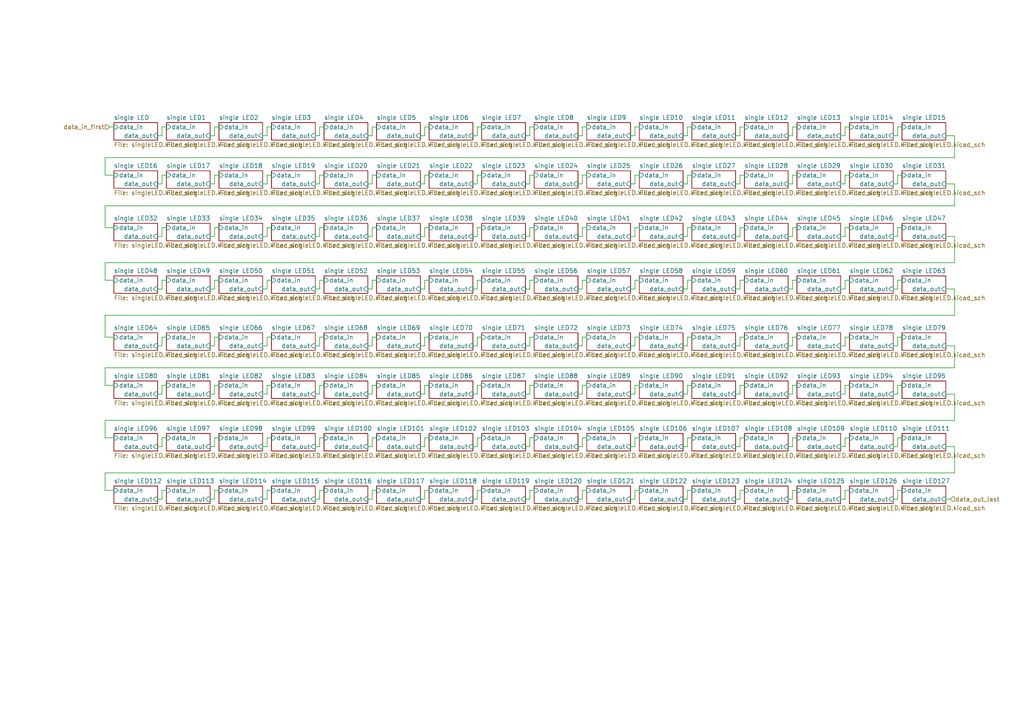
<source format=kicad_sch>
(kicad_sch (version 20250114) (generator "eeschema") (generator_version "9.0")
  (paper "A4")
  (wire (pts (xy 182.88 83.82) (xy 184.15 83.82)))
  (wire (pts (xy 107.95 111.76) (xy 107.95 114.3)))
  (wire (pts (xy 200.66 66.04) (xy 199.39 66.04)))
  (wire (pts (xy 137.16 100.33) (xy 138.43 100.33)))
  (wire (pts (xy 243.84 129.54) (xy 245.11 129.54)))
  (wire (pts (xy 229.87 50.8) (xy 229.87 53.34)))
  (wire (pts (xy 60.96 83.82) (xy 62.23 83.82)))
  (wire (pts (xy 246.38 50.8) (xy 245.11 50.8)))
  (wire (pts (xy 45.72 53.34) (xy 46.99 53.34)))
  (wire (pts (xy 62.23 111.76) (xy 62.23 114.3)))
  (wire (pts (xy 260.35 142.24) (xy 260.35 144.78)))
  (wire (pts (xy 154.94 36.83) (xy 153.67 36.83)))
  (wire (pts (xy 46.99 127) (xy 46.99 129.54)))
  (wire (pts (xy 167.64 83.82) (xy 168.91 83.82)))
  (wire (pts (xy 62.23 36.83) (xy 62.23 39.37)))
  (wire (pts (xy 152.4 53.34) (xy 153.67 53.34)))
  (wire (pts (xy 228.6 100.33) (xy 229.87 100.33)))
  (wire (pts (xy 92.71 97.79) (xy 92.71 100.33)))
  (wire (pts (xy 48.26 142.24) (xy 46.99 142.24)))
  (wire (pts (xy 246.38 36.83) (xy 245.11 36.83)))
  (wire (pts (xy 276.86 106.68) (xy 30.48 106.68)))
  (wire (pts (xy 215.9 66.04) (xy 214.63 66.04)))
  (wire (pts (xy 109.22 142.24) (xy 107.95 142.24)))
  (wire (pts (xy 170.18 142.24) (xy 168.91 142.24)))
  (wire (pts (xy 199.39 36.83) (xy 199.39 39.37)))
  (wire (pts (xy 76.2 39.37) (xy 77.47 39.37)))
  (wire (pts (xy 182.88 100.33) (xy 184.15 100.33)))
  (wire (pts (xy 78.74 142.24) (xy 77.47 142.24)))
  (wire (pts (xy 153.67 111.76) (xy 153.67 114.3)))
  (wire (pts (xy 93.98 81.28) (xy 92.71 81.28)))
  (wire (pts (xy 109.22 50.8) (xy 107.95 50.8)))
  (wire (pts (xy 200.66 142.24) (xy 199.39 142.24)))
  (wire (pts (xy 185.42 127) (xy 184.15 127)))
  (wire (pts (xy 60.96 100.33) (xy 62.23 100.33)))
  (wire (pts (xy 30.48 97.79) (xy 33.02 97.79)))
  (wire (pts (xy 185.42 142.24) (xy 184.15 142.24)))
  (wire (pts (xy 33.02 36.83) (xy 31.75 36.83)))
  (wire (pts (xy 92.71 81.28) (xy 92.71 83.82)))
  (wire (pts (xy 198.12 114.3) (xy 199.39 114.3)))
  (wire (pts (xy 168.91 127) (xy 168.91 129.54)))
  (wire (pts (xy 139.7 36.83) (xy 138.43 36.83)))
  (wire (pts (xy 78.74 36.83) (xy 77.47 36.83)))
  (wire (pts (xy 259.08 144.78) (xy 260.35 144.78)))
  (wire (pts (xy 245.11 50.8) (xy 245.11 53.34)))
  (wire (pts (xy 62.23 50.8) (xy 62.23 53.34)))
  (wire (pts (xy 182.88 68.58) (xy 184.15 68.58)))
  (wire (pts (xy 78.74 50.8) (xy 77.47 50.8)))
  (wire (pts (xy 30.48 76.2) (xy 30.48 81.28)))
  (wire (pts (xy 109.22 81.28) (xy 107.95 81.28)))
  (wire (pts (xy 30.48 91.44) (xy 30.48 97.79)))
  (wire (pts (xy 138.43 127) (xy 138.43 129.54)))
  (wire (pts (xy 199.39 111.76) (xy 199.39 114.3)))
  (wire (pts (xy 245.11 111.76) (xy 245.11 114.3)))
  (wire (pts (xy 45.72 144.78) (xy 46.99 144.78)))
  (wire (pts (xy 124.46 81.28) (xy 123.19 81.28)))
  (wire (pts (xy 107.95 97.79) (xy 107.95 100.33)))
  (wire (pts (xy 76.2 100.33) (xy 77.47 100.33)))
  (wire (pts (xy 153.67 66.04) (xy 153.67 68.58)))
  (wire (pts (xy 92.71 111.76) (xy 92.71 114.3)))
  (wire (pts (xy 198.12 100.33) (xy 199.39 100.33)))
  (wire (pts (xy 92.71 66.04) (xy 92.71 68.58)))
  (wire (pts (xy 152.4 114.3) (xy 153.67 114.3)))
  (wire (pts (xy 276.86 45.72) (xy 30.48 45.72)))
  (wire (pts (xy 213.36 144.78) (xy 214.63 144.78)))
  (wire (pts (xy 153.67 36.83) (xy 153.67 39.37)))
  (wire (pts (xy 231.14 66.04) (xy 229.87 66.04)))
  (wire (pts (xy 199.39 127) (xy 199.39 129.54)))
  (wire (pts (xy 78.74 66.04) (xy 77.47 66.04)))
  (wire (pts (xy 198.12 83.82) (xy 199.39 83.82)))
  (wire (pts (xy 228.6 129.54) (xy 229.87 129.54)))
  (wire (pts (xy 185.42 111.76) (xy 184.15 111.76)))
  (wire (pts (xy 93.98 142.24) (xy 92.71 142.24)))
  (wire (pts (xy 137.16 68.58) (xy 138.43 68.58)))
  (wire (pts (xy 259.08 53.34) (xy 260.35 53.34)))
  (wire (pts (xy 109.22 111.76) (xy 107.95 111.76)))
  (wire (pts (xy 30.48 106.68) (xy 30.48 111.76)))
  (wire (pts (xy 215.9 111.76) (xy 214.63 111.76)))
  (wire (pts (xy 168.91 36.83) (xy 168.91 39.37)))
  (wire (pts (xy 93.98 66.04) (xy 92.71 66.04)))
  (wire (pts (xy 260.35 111.76) (xy 260.35 114.3)))
  (wire (pts (xy 170.18 50.8) (xy 168.91 50.8)))
  (wire (pts (xy 182.88 53.34) (xy 184.15 53.34)))
  (wire (pts (xy 92.71 127) (xy 92.71 129.54)))
  (wire (pts (xy 137.16 114.3) (xy 138.43 114.3)))
  (wire (pts (xy 231.14 50.8) (xy 229.87 50.8)))
  (wire (pts (xy 167.64 39.37) (xy 168.91 39.37)))
  (wire (pts (xy 121.92 53.34) (xy 123.19 53.34)))
  (wire (pts (xy 30.48 111.76) (xy 33.02 111.76)))
  (wire (pts (xy 185.42 97.79) (xy 184.15 97.79)))
  (wire (pts (xy 45.72 129.54) (xy 46.99 129.54)))
  (wire (pts (xy 260.35 97.79) (xy 260.35 100.33)))
  (wire (pts (xy 229.87 36.83) (xy 229.87 39.37)))
  (wire (pts (xy 276.86 91.44) (xy 30.48 91.44)))
  (wire (pts (xy 259.08 39.37) (xy 260.35 39.37)))
  (wire (pts (xy 276.86 68.58) (xy 276.86 76.2)))
  (wire (pts (xy 154.94 66.04) (xy 153.67 66.04)))
  (wire (pts (xy 48.26 97.79) (xy 46.99 97.79)))
  (wire (pts (xy 121.92 39.37) (xy 123.19 39.37)))
  (wire (pts (xy 213.36 83.82) (xy 214.63 83.82)))
  (wire (pts (xy 198.12 68.58) (xy 199.39 68.58)))
  (wire (pts (xy 261.62 127) (xy 260.35 127)))
  (wire (pts (xy 124.46 36.83) (xy 123.19 36.83)))
  (wire (pts (xy 276.86 76.2) (xy 30.48 76.2)))
  (wire (pts (xy 200.66 50.8) (xy 199.39 50.8)))
  (wire (pts (xy 123.19 50.8) (xy 123.19 53.34)))
  (wire (pts (xy 228.6 114.3) (xy 229.87 114.3)))
  (wire (pts (xy 30.48 121.92) (xy 30.48 127)))
  (wire (pts (xy 214.63 142.24) (xy 214.63 144.78)))
  (wire (pts (xy 199.39 142.24) (xy 199.39 144.78)))
  (wire (pts (xy 62.23 66.04) (xy 62.23 68.58)))
  (wire (pts (xy 77.47 36.83) (xy 77.47 39.37)))
  (wire (pts (xy 228.6 144.78) (xy 229.87 144.78)))
  (wire (pts (xy 261.62 36.83) (xy 260.35 36.83)))
  (wire (pts (xy 30.48 81.28) (xy 33.02 81.28)))
  (wire (pts (xy 138.43 81.28) (xy 138.43 83.82)))
  (wire (pts (xy 121.92 129.54) (xy 123.19 129.54)))
  (wire (pts (xy 213.36 114.3) (xy 214.63 114.3)))
  (wire (pts (xy 276.86 100.33) (xy 276.86 106.68)))
  (wire (pts (xy 153.67 142.24) (xy 153.67 144.78)))
  (wire (pts (xy 228.6 83.82) (xy 229.87 83.82)))
  (wire (pts (xy 184.15 66.04) (xy 184.15 68.58)))
  (wire (pts (xy 78.74 97.79) (xy 77.47 97.79)))
  (wire (pts (xy 106.68 114.3) (xy 107.95 114.3)))
  (wire (pts (xy 229.87 142.24) (xy 229.87 144.78)))
  (wire (pts (xy 168.91 50.8) (xy 168.91 53.34)))
  (wire (pts (xy 107.95 127) (xy 107.95 129.54)))
  (wire (pts (xy 245.11 142.24) (xy 245.11 144.78)))
  (wire (pts (xy 276.86 137.16) (xy 30.48 137.16)))
  (wire (pts (xy 138.43 36.83) (xy 138.43 39.37)))
  (wire (pts (xy 231.14 97.79) (xy 229.87 97.79)))
  (wire (pts (xy 198.12 39.37) (xy 199.39 39.37)))
  (wire (pts (xy 48.26 66.04) (xy 46.99 66.04)))
  (wire (pts (xy 154.94 142.24) (xy 153.67 142.24)))
  (wire (pts (xy 106.68 39.37) (xy 107.95 39.37)))
  (wire (pts (xy 63.5 97.79) (xy 62.23 97.79)))
  (wire (pts (xy 91.44 114.3) (xy 92.71 114.3)))
  (wire (pts (xy 30.48 142.24) (xy 33.02 142.24)))
  (wire (pts (xy 228.6 39.37) (xy 229.87 39.37)))
  (wire (pts (xy 123.19 142.24) (xy 123.19 144.78)))
  (wire (pts (xy 30.48 59.69) (xy 30.48 66.04)))
  (wire (pts (xy 45.72 100.33) (xy 46.99 100.33)))
  (wire (pts (xy 77.47 142.24) (xy 77.47 144.78)))
  (wire (pts (xy 123.19 111.76) (xy 123.19 114.3)))
  (wire (pts (xy 215.9 142.24) (xy 214.63 142.24)))
  (wire (pts (xy 198.12 53.34) (xy 199.39 53.34)))
  (wire (pts (xy 167.64 53.34) (xy 168.91 53.34)))
  (wire (pts (xy 243.84 144.78) (xy 245.11 144.78)))
  (wire (pts (xy 124.46 66.04) (xy 123.19 66.04)))
  (wire (pts (xy 139.7 127) (xy 138.43 127)))
  (wire (pts (xy 91.44 144.78) (xy 92.71 144.78)))
  (wire (pts (xy 77.47 81.28) (xy 77.47 83.82)))
  (wire (pts (xy 184.15 127) (xy 184.15 129.54)))
  (wire (pts (xy 60.96 114.3) (xy 62.23 114.3)))
  (wire (pts (xy 109.22 66.04) (xy 107.95 66.04)))
  (wire (pts (xy 246.38 142.24) (xy 245.11 142.24)))
  (wire (pts (xy 185.42 66.04) (xy 184.15 66.04)))
  (wire (pts (xy 184.15 142.24) (xy 184.15 144.78)))
  (wire (pts (xy 121.92 100.33) (xy 123.19 100.33)))
  (wire (pts (xy 260.35 66.04) (xy 260.35 68.58)))
  (wire (pts (xy 154.94 111.76) (xy 153.67 111.76)))
  (wire (pts (xy 76.2 114.3) (xy 77.47 114.3)))
  (wire (pts (xy 137.16 144.78) (xy 138.43 144.78)))
  (wire (pts (xy 182.88 144.78) (xy 184.15 144.78)))
  (wire (pts (xy 213.36 129.54) (xy 214.63 129.54)))
  (wire (pts (xy 30.48 45.72) (xy 30.48 50.8)))
  (wire (pts (xy 106.68 129.54) (xy 107.95 129.54)))
  (wire (pts (xy 246.38 81.28) (xy 245.11 81.28)))
  (wire (pts (xy 30.48 66.04) (xy 33.02 66.04)))
  (wire (pts (xy 231.14 142.24) (xy 229.87 142.24)))
  (wire (pts (xy 138.43 50.8) (xy 138.43 53.34)))
  (wire (pts (xy 78.74 81.28) (xy 77.47 81.28)))
  (wire (pts (xy 91.44 68.58) (xy 92.71 68.58)))
  (wire (pts (xy 48.26 50.8) (xy 46.99 50.8)))
  (wire (pts (xy 139.7 66.04) (xy 138.43 66.04)))
  (wire (pts (xy 124.46 97.79) (xy 123.19 97.79)))
  (wire (pts (xy 123.19 97.79) (xy 123.19 100.33)))
  (wire (pts (xy 276.86 53.34) (xy 276.86 59.69)))
  (wire (pts (xy 107.95 142.24) (xy 107.95 144.78)))
  (wire (pts (xy 92.71 50.8) (xy 92.71 53.34)))
  (wire (pts (xy 152.4 144.78) (xy 153.67 144.78)))
  (wire (pts (xy 154.94 81.28) (xy 153.67 81.28)))
  (wire (pts (xy 137.16 83.82) (xy 138.43 83.82)))
  (wire (pts (xy 123.19 36.83) (xy 123.19 39.37)))
  (wire (pts (xy 91.44 83.82) (xy 92.71 83.82)))
  (wire (pts (xy 153.67 97.79) (xy 153.67 100.33)))
  (wire (pts (xy 182.88 129.54) (xy 184.15 129.54)))
  (wire (pts (xy 123.19 127) (xy 123.19 129.54)))
  (wire (pts (xy 168.91 66.04) (xy 168.91 68.58)))
  (wire (pts (xy 214.63 36.83) (xy 214.63 39.37)))
  (wire (pts (xy 107.95 66.04) (xy 107.95 68.58)))
  (wire (pts (xy 214.63 97.79) (xy 214.63 100.33)))
  (wire (pts (xy 76.2 129.54) (xy 77.47 129.54)))
  (wire (pts (xy 60.96 144.78) (xy 62.23 144.78)))
  (wire (pts (xy 228.6 53.34) (xy 229.87 53.34)))
  (wire (pts (xy 77.47 50.8) (xy 77.47 53.34)))
  (wire (pts (xy 62.23 127) (xy 62.23 129.54)))
  (wire (pts (xy 139.7 97.79) (xy 138.43 97.79)))
  (wire (pts (xy 215.9 127) (xy 214.63 127)))
  (wire (pts (xy 124.46 111.76) (xy 123.19 111.76)))
  (wire (pts (xy 77.47 111.76) (xy 77.47 114.3)))
  (wire (pts (xy 62.23 97.79) (xy 62.23 100.33)))
  (wire (pts (xy 214.63 66.04) (xy 214.63 68.58)))
  (wire (pts (xy 167.64 114.3) (xy 168.91 114.3)))
  (wire (pts (xy 45.72 68.58) (xy 46.99 68.58)))
  (wire (pts (xy 124.46 142.24) (xy 123.19 142.24)))
  (wire (pts (xy 260.35 50.8) (xy 260.35 53.34)))
  (wire (pts (xy 170.18 36.83) (xy 168.91 36.83)))
  (wire (pts (xy 138.43 66.04) (xy 138.43 68.58)))
  (wire (pts (xy 185.42 36.83) (xy 184.15 36.83)))
  (wire (pts (xy 93.98 50.8) (xy 92.71 50.8)))
  (wire (pts (xy 152.4 68.58) (xy 153.67 68.58)))
  (wire (pts (xy 276.86 121.92) (xy 30.48 121.92)))
  (wire (pts (xy 109.22 97.79) (xy 107.95 97.79)))
  (wire (pts (xy 60.96 68.58) (xy 62.23 68.58)))
  (wire (pts (xy 259.08 129.54) (xy 260.35 129.54)))
  (wire (pts (xy 246.38 97.79) (xy 245.11 97.79)))
  (wire (pts (xy 261.62 50.8) (xy 260.35 50.8)))
  (wire (pts (xy 46.99 36.83) (xy 46.99 39.37)))
  (wire (pts (xy 215.9 97.79) (xy 214.63 97.79)))
  (wire (pts (xy 60.96 39.37) (xy 62.23 39.37)))
  (wire (pts (xy 214.63 127) (xy 214.63 129.54)))
  (wire (pts (xy 139.7 142.24) (xy 138.43 142.24)))
  (wire (pts (xy 106.68 100.33) (xy 107.95 100.33)))
  (wire (pts (xy 276.86 83.82) (xy 276.86 91.44)))
  (wire (pts (xy 91.44 39.37) (xy 92.71 39.37)))
  (wire (pts (xy 200.66 97.79) (xy 199.39 97.79)))
  (wire (pts (xy 154.94 127) (xy 153.67 127)))
  (wire (pts (xy 246.38 111.76) (xy 245.11 111.76)))
  (wire (pts (xy 30.48 137.16) (xy 30.48 142.24)))
  (wire (pts (xy 243.84 53.34) (xy 245.11 53.34)))
  (wire (pts (xy 92.71 142.24) (xy 92.71 144.78)))
  (wire (pts (xy 170.18 127) (xy 168.91 127)))
  (wire (pts (xy 199.39 97.79) (xy 199.39 100.33)))
  (wire (pts (xy 62.23 81.28) (xy 62.23 83.82)))
  (wire (pts (xy 137.16 129.54) (xy 138.43 129.54)))
  (wire (pts (xy 45.72 114.3) (xy 46.99 114.3)))
  (wire (pts (xy 76.2 53.34) (xy 77.47 53.34)))
  (wire (pts (xy 124.46 50.8) (xy 123.19 50.8)))
  (wire (pts (xy 214.63 50.8) (xy 214.63 53.34)))
  (wire (pts (xy 229.87 111.76) (xy 229.87 114.3)))
  (wire (pts (xy 138.43 111.76) (xy 138.43 114.3)))
  (wire (pts (xy 198.12 144.78) (xy 199.39 144.78)))
  (wire (pts (xy 63.5 81.28) (xy 62.23 81.28)))
  (wire (pts (xy 184.15 111.76) (xy 184.15 114.3)))
  (wire (pts (xy 170.18 66.04) (xy 168.91 66.04)))
  (wire (pts (xy 153.67 81.28) (xy 153.67 83.82)))
  (wire (pts (xy 107.95 50.8) (xy 107.95 53.34)))
  (wire (pts (xy 168.91 111.76) (xy 168.91 114.3)))
  (wire (pts (xy 152.4 100.33) (xy 153.67 100.33)))
  (wire (pts (xy 245.11 81.28) (xy 245.11 83.82)))
  (wire (pts (xy 93.98 36.83) (xy 92.71 36.83)))
  (wire (pts (xy 76.2 68.58) (xy 77.47 68.58)))
  (wire (pts (xy 121.92 68.58) (xy 123.19 68.58)))
  (wire (pts (xy 184.15 50.8) (xy 184.15 53.34)))
  (wire (pts (xy 261.62 81.28) (xy 260.35 81.28)))
  (wire (pts (xy 274.32 53.34) (xy 276.86 53.34)))
  (wire (pts (xy 184.15 97.79) (xy 184.15 100.33)))
  (wire (pts (xy 63.5 127) (xy 62.23 127)))
  (wire (pts (xy 243.84 68.58) (xy 245.11 68.58)))
  (wire (pts (xy 48.26 81.28) (xy 46.99 81.28)))
  (wire (pts (xy 276.86 59.69) (xy 30.48 59.69)))
  (wire (pts (xy 274.32 100.33) (xy 276.86 100.33)))
  (wire (pts (xy 200.66 111.76) (xy 199.39 111.76)))
  (wire (pts (xy 231.14 111.76) (xy 229.87 111.76)))
  (wire (pts (xy 137.16 39.37) (xy 138.43 39.37)))
  (wire (pts (xy 260.35 127) (xy 260.35 129.54)))
  (wire (pts (xy 170.18 81.28) (xy 168.91 81.28)))
  (wire (pts (xy 93.98 97.79) (xy 92.71 97.79)))
  (wire (pts (xy 261.62 66.04) (xy 260.35 66.04)))
  (wire (pts (xy 139.7 81.28) (xy 138.43 81.28)))
  (wire (pts (xy 138.43 142.24) (xy 138.43 144.78)))
  (wire (pts (xy 167.64 129.54) (xy 168.91 129.54)))
  (wire (pts (xy 243.84 100.33) (xy 245.11 100.33)))
  (wire (pts (xy 182.88 114.3) (xy 184.15 114.3)))
  (wire (pts (xy 63.5 111.76) (xy 62.23 111.76)))
  (wire (pts (xy 245.11 66.04) (xy 245.11 68.58)))
  (wire (pts (xy 259.08 68.58) (xy 260.35 68.58)))
  (wire (pts (xy 46.99 50.8) (xy 46.99 53.34)))
  (wire (pts (xy 48.26 111.76) (xy 46.99 111.76)))
  (wire (pts (xy 274.32 129.54) (xy 276.86 129.54)))
  (wire (pts (xy 243.84 114.3) (xy 245.11 114.3)))
  (wire (pts (xy 107.95 81.28) (xy 107.95 83.82)))
  (wire (pts (xy 91.44 53.34) (xy 92.71 53.34)))
  (wire (pts (xy 45.72 83.82) (xy 46.99 83.82)))
  (wire (pts (xy 45.72 39.37) (xy 46.99 39.37)))
  (wire (pts (xy 167.64 100.33) (xy 168.91 100.33)))
  (wire (pts (xy 198.12 129.54) (xy 199.39 129.54)))
  (wire (pts (xy 76.2 83.82) (xy 77.47 83.82)))
  (wire (pts (xy 213.36 53.34) (xy 214.63 53.34)))
  (wire (pts (xy 121.92 144.78) (xy 123.19 144.78)))
  (wire (pts (xy 91.44 129.54) (xy 92.71 129.54)))
  (wire (pts (xy 154.94 50.8) (xy 153.67 50.8)))
  (wire (pts (xy 63.5 36.83) (xy 62.23 36.83)))
  (wire (pts (xy 106.68 68.58) (xy 107.95 68.58)))
  (wire (pts (xy 152.4 129.54) (xy 153.67 129.54)))
  (wire (pts (xy 261.62 142.24) (xy 260.35 142.24)))
  (wire (pts (xy 245.11 127) (xy 245.11 129.54)))
  (wire (pts (xy 229.87 97.79) (xy 229.87 100.33)))
  (wire (pts (xy 260.35 36.83) (xy 260.35 39.37)))
  (wire (pts (xy 215.9 50.8) (xy 214.63 50.8)))
  (wire (pts (xy 231.14 127) (xy 229.87 127)))
  (wire (pts (xy 48.26 127) (xy 46.99 127)))
  (wire (pts (xy 78.74 111.76) (xy 77.47 111.76)))
  (wire (pts (xy 93.98 127) (xy 92.71 127)))
  (wire (pts (xy 153.67 50.8) (xy 153.67 53.34)))
  (wire (pts (xy 170.18 111.76) (xy 168.91 111.76)))
  (wire (pts (xy 168.91 142.24) (xy 168.91 144.78)))
  (wire (pts (xy 152.4 39.37) (xy 153.67 39.37)))
  (wire (pts (xy 48.26 36.83) (xy 46.99 36.83)))
  (wire (pts (xy 152.4 83.82) (xy 153.67 83.82)))
  (wire (pts (xy 229.87 81.28) (xy 229.87 83.82)))
  (wire (pts (xy 276.86 39.37) (xy 276.86 45.72)))
  (wire (pts (xy 109.22 127) (xy 107.95 127)))
  (wire (pts (xy 214.63 111.76) (xy 214.63 114.3)))
  (wire (pts (xy 77.47 66.04) (xy 77.47 68.58)))
  (wire (pts (xy 199.39 81.28) (xy 199.39 83.82)))
  (wire (pts (xy 92.71 36.83) (xy 92.71 39.37)))
  (wire (pts (xy 106.68 144.78) (xy 107.95 144.78)))
  (wire (pts (xy 154.94 97.79) (xy 153.67 97.79)))
  (wire (pts (xy 214.63 81.28) (xy 214.63 83.82)))
  (wire (pts (xy 46.99 111.76) (xy 46.99 114.3)))
  (wire (pts (xy 274.32 39.37) (xy 276.86 39.37)))
  (wire (pts (xy 46.99 142.24) (xy 46.99 144.78)))
  (wire (pts (xy 107.95 36.83) (xy 107.95 39.37)))
  (wire (pts (xy 137.16 53.34) (xy 138.43 53.34)))
  (wire (pts (xy 167.64 68.58) (xy 168.91 68.58)))
  (wire (pts (xy 229.87 66.04) (xy 229.87 68.58)))
  (wire (pts (xy 261.62 111.76) (xy 260.35 111.76)))
  (wire (pts (xy 106.68 53.34) (xy 107.95 53.34)))
  (wire (pts (xy 170.18 97.79) (xy 168.91 97.79)))
  (wire (pts (xy 123.19 81.28) (xy 123.19 83.82)))
  (wire (pts (xy 213.36 39.37) (xy 214.63 39.37)))
  (wire (pts (xy 60.96 53.34) (xy 62.23 53.34)))
  (wire (pts (xy 109.22 36.83) (xy 107.95 36.83)))
  (wire (pts (xy 76.2 144.78) (xy 77.47 144.78)))
  (wire (pts (xy 274.32 68.58) (xy 276.86 68.58)))
  (wire (pts (xy 182.88 39.37) (xy 184.15 39.37)))
  (wire (pts (xy 184.15 36.83) (xy 184.15 39.37)))
  (wire (pts (xy 63.5 66.04) (xy 62.23 66.04)))
  (wire (pts (xy 78.74 127) (xy 77.47 127)))
  (wire (pts (xy 259.08 83.82) (xy 260.35 83.82)))
  (wire (pts (xy 46.99 66.04) (xy 46.99 68.58)))
  (wire (pts (xy 276.86 114.3) (xy 276.86 121.92)))
  (wire (pts (xy 245.11 36.83) (xy 245.11 39.37)))
  (wire (pts (xy 276.86 129.54) (xy 276.86 137.16)))
  (wire (pts (xy 275.59 144.78) (xy 274.32 144.78)))
  (wire (pts (xy 213.36 100.33) (xy 214.63 100.33)))
  (wire (pts (xy 91.44 100.33) (xy 92.71 100.33)))
  (wire (pts (xy 139.7 111.76) (xy 138.43 111.76)))
  (wire (pts (xy 138.43 97.79) (xy 138.43 100.33)))
  (wire (pts (xy 246.38 66.04) (xy 245.11 66.04)))
  (wire (pts (xy 46.99 81.28) (xy 46.99 83.82)))
  (wire (pts (xy 200.66 127) (xy 199.39 127)))
  (wire (pts (xy 215.9 81.28) (xy 214.63 81.28)))
  (wire (pts (xy 245.11 97.79) (xy 245.11 100.33)))
  (wire (pts (xy 168.91 97.79) (xy 168.91 100.33)))
  (wire (pts (xy 62.23 142.24) (xy 62.23 144.78)))
  (wire (pts (xy 261.62 97.79) (xy 260.35 97.79)))
  (wire (pts (xy 185.42 81.28) (xy 184.15 81.28)))
  (wire (pts (xy 60.96 129.54) (xy 62.23 129.54)))
  (wire (pts (xy 153.67 127) (xy 153.67 129.54)))
  (wire (pts (xy 168.91 81.28) (xy 168.91 83.82)))
  (wire (pts (xy 121.92 114.3) (xy 123.19 114.3)))
  (wire (pts (xy 167.64 144.78) (xy 168.91 144.78)))
  (wire (pts (xy 185.42 50.8) (xy 184.15 50.8)))
  (wire (pts (xy 63.5 142.24) (xy 62.23 142.24)))
  (wire (pts (xy 124.46 127) (xy 123.19 127)))
  (wire (pts (xy 93.98 111.76) (xy 92.71 111.76)))
  (wire (pts (xy 77.47 97.79) (xy 77.47 100.33)))
  (wire (pts (xy 215.9 36.83) (xy 214.63 36.83)))
  (wire (pts (xy 199.39 50.8) (xy 199.39 53.34)))
  (wire (pts (xy 243.84 83.82) (xy 245.11 83.82)))
  (wire (pts (xy 243.84 39.37) (xy 245.11 39.37)))
  (wire (pts (xy 274.32 83.82) (xy 276.86 83.82)))
  (wire (pts (xy 46.99 97.79) (xy 46.99 100.33)))
  (wire (pts (xy 231.14 81.28) (xy 229.87 81.28)))
  (wire (pts (xy 106.68 83.82) (xy 107.95 83.82)))
  (wire (pts (xy 121.92 83.82) (xy 123.19 83.82)))
  (wire (pts (xy 63.5 50.8) (xy 62.23 50.8)))
  (wire (pts (xy 30.48 50.8) (xy 33.02 50.8)))
  (wire (pts (xy 77.47 127) (xy 77.47 129.54)))
  (wire (pts (xy 259.08 114.3) (xy 260.35 114.3)))
  (wire (pts (xy 123.19 66.04) (xy 123.19 68.58)))
  (wire (pts (xy 213.36 68.58) (xy 214.63 68.58)))
  (wire (pts (xy 199.39 66.04) (xy 199.39 68.58)))
  (wire (pts (xy 259.08 100.33) (xy 260.35 100.33)))
  (wire (pts (xy 228.6 68.58) (xy 229.87 68.58)))
  (wire (pts (xy 30.48 127) (xy 33.02 127)))
  (wire (pts (xy 260.35 81.28) (xy 260.35 83.82)))
  (wire (pts (xy 231.14 36.83) (xy 229.87 36.83)))
  (wire (pts (xy 200.66 81.28) (xy 199.39 81.28)))
  (wire (pts (xy 229.87 127) (xy 229.87 129.54)))
  (wire (pts (xy 274.32 114.3) (xy 276.86 114.3)))
  (wire (pts (xy 200.66 36.83) (xy 199.39 36.83)))
  (wire (pts (xy 246.38 127) (xy 245.11 127)))
  (wire (pts (xy 184.15 81.28) (xy 184.15 83.82)))
  (wire (pts (xy 139.7 50.8) (xy 138.43 50.8)))
  (hierarchical_label "data_in_first" (shape input) (at 31.75 36.83 180))
  (hierarchical_label "data_out_last" (shape input) (at 275.59 144.78 0))
  (sheet (at 109.22 110.49) (size 12.7 5.08) (stroke (width 0.1524))
    (property "Sheetname" "single LED85" (at 109.22 109.7784 0) (effects (justify left bottom)))
    (property "Sheetfile" "singleLED.kicad_sch" (at 109.22 116.1546 0) (effects (justify left top)))
    (pin "data_in" input (at 109.22 111.76 180))
    (pin "data_out" input (at 121.92 114.3 0))
  )
  (sheet (at 154.94 125.73) (size 12.7 5.08) (stroke (width 0.1524))
    (property "Sheetname" "single LED104" (at 154.94 125.0184 0) (effects (justify left bottom)))
    (property "Sheetfile" "singleLED.kicad_sch" (at 154.94 131.3946 0) (effects (justify left top)))
    (pin "data_in" input (at 154.94 127 180))
    (pin "data_out" input (at 167.64 129.54 0))
  )
  (sheet (at 246.38 125.73) (size 12.7 5.08) (stroke (width 0.1524))
    (property "Sheetname" "single LED110" (at 246.38 125.0184 0) (effects (justify left bottom)))
    (property "Sheetfile" "singleLED.kicad_sch" (at 246.38 131.3946 0) (effects (justify left top)))
    (pin "data_in" input (at 246.38 127 180))
    (pin "data_out" input (at 259.08 129.54 0))
  )
  (sheet (at 154.94 80.01) (size 12.7 5.08) (stroke (width 0.1524))
    (property "Sheetname" "single LED56" (at 154.94 79.2984 0) (effects (justify left bottom)))
    (property "Sheetfile" "singleLED.kicad_sch" (at 154.94 85.6746 0) (effects (justify left top)))
    (pin "data_in" input (at 154.94 81.28 180))
    (pin "data_out" input (at 167.64 83.82 0))
  )
  (sheet (at 33.02 96.52) (size 12.7 5.08) (stroke (width 0.1524))
    (property "Sheetname" "single LED64" (at 33.02 95.8084 0) (effects (justify left bottom)))
    (property "Sheetfile" "singleLED.kicad_sch" (at 33.02 102.1846 0) (effects (justify left top)))
    (pin "data_in" input (at 33.02 97.79 180))
    (pin "data_out" input (at 45.72 100.33 0))
  )
  (sheet (at 63.5 140.97) (size 12.7 5.08) (stroke (width 0.1524))
    (property "Sheetname" "single LED114" (at 63.5 140.2584 0) (effects (justify left bottom)))
    (property "Sheetfile" "singleLED.kicad_sch" (at 63.5 146.6346 0) (effects (justify left top)))
    (pin "data_in" input (at 63.5 142.24 180))
    (pin "data_out" input (at 76.2 144.78 0))
  )
  (sheet (at 33.02 49.53) (size 12.7 5.08) (stroke (width 0.1524))
    (property "Sheetname" "single LED16" (at 33.02 48.8184 0) (effects (justify left bottom)))
    (property "Sheetfile" "singleLED.kicad_sch" (at 33.02 55.1946 0) (effects (justify left top)))
    (pin "data_in" input (at 33.02 50.8 180))
    (pin "data_out" input (at 45.72 53.34 0))
  )
  (sheet (at 78.74 140.97) (size 12.7 5.08) (stroke (width 0.1524))
    (property "Sheetname" "single LED115" (at 78.74 140.2584 0) (effects (justify left bottom)))
    (property "Sheetfile" "singleLED.kicad_sch" (at 78.74 146.6346 0) (effects (justify left top)))
    (pin "data_in" input (at 78.74 142.24 180))
    (pin "data_out" input (at 91.44 144.78 0))
  )
  (sheet (at 215.9 140.97) (size 12.7 5.08) (stroke (width 0.1524))
    (property "Sheetname" "single LED124" (at 215.9 140.2584 0) (effects (justify left bottom)))
    (property "Sheetfile" "singleLED.kicad_sch" (at 215.9 146.6346 0) (effects (justify left top)))
    (pin "data_in" input (at 215.9 142.24 180))
    (pin "data_out" input (at 228.6 144.78 0))
  )
  (sheet (at 124.46 35.56) (size 12.7 5.08) (stroke (width 0.1524))
    (property "Sheetname" "single LED6" (at 124.46 34.8484 0) (effects (justify left bottom)))
    (property "Sheetfile" "singleLED.kicad_sch" (at 124.46 41.2246 0) (effects (justify left top)))
    (pin "data_in" input (at 124.46 36.83 180))
    (pin "data_out" input (at 137.16 39.37 0))
  )
  (sheet (at 170.18 49.53) (size 12.7 5.08) (stroke (width 0.1524))
    (property "Sheetname" "single LED25" (at 170.18 48.8184 0) (effects (justify left bottom)))
    (property "Sheetfile" "singleLED.kicad_sch" (at 170.18 55.1946 0) (effects (justify left top)))
    (pin "data_in" input (at 170.18 50.8 180))
    (pin "data_out" input (at 182.88 53.34 0))
  )
  (sheet (at 231.14 49.53) (size 12.7 5.08) (stroke (width 0.1524))
    (property "Sheetname" "single LED29" (at 231.14 48.8184 0) (effects (justify left bottom)))
    (property "Sheetfile" "singleLED.kicad_sch" (at 231.14 55.1946 0) (effects (justify left top)))
    (pin "data_in" input (at 231.14 50.8 180))
    (pin "data_out" input (at 243.84 53.34 0))
  )
  (sheet (at 124.46 80.01) (size 12.7 5.08) (stroke (width 0.1524))
    (property "Sheetname" "single LED54" (at 124.46 79.2984 0) (effects (justify left bottom)))
    (property "Sheetfile" "singleLED.kicad_sch" (at 124.46 85.6746 0) (effects (justify left top)))
    (pin "data_in" input (at 124.46 81.28 180))
    (pin "data_out" input (at 137.16 83.82 0))
  )
  (sheet (at 185.42 125.73) (size 12.7 5.08) (stroke (width 0.1524))
    (property "Sheetname" "single LED106" (at 185.42 125.0184 0) (effects (justify left bottom)))
    (property "Sheetfile" "singleLED.kicad_sch" (at 185.42 131.3946 0) (effects (justify left top)))
    (pin "data_in" input (at 185.42 127 180))
    (pin "data_out" input (at 198.12 129.54 0))
  )
  (sheet (at 185.42 140.97) (size 12.7 5.08) (stroke (width 0.1524))
    (property "Sheetname" "single LED122" (at 185.42 140.2584 0) (effects (justify left bottom)))
    (property "Sheetfile" "singleLED.kicad_sch" (at 185.42 146.6346 0) (effects (justify left top)))
    (pin "data_in" input (at 185.42 142.24 180))
    (pin "data_out" input (at 198.12 144.78 0))
  )
  (sheet (at 261.62 140.97) (size 12.7 5.08) (stroke (width 0.1524))
    (property "Sheetname" "single LED127" (at 261.62 140.2584 0) (effects (justify left bottom)))
    (property "Sheetfile" "singleLED.kicad_sch" (at 261.62 146.6346 0) (effects (justify left top)))
    (pin "data_in" input (at 261.62 142.24 180))
    (pin "data_out" input (at 274.32 144.78 0))
  )
  (sheet (at 185.42 35.56) (size 12.7 5.08) (stroke (width 0.1524))
    (property "Sheetname" "single LED10" (at 185.42 34.8484 0) (effects (justify left bottom)))
    (property "Sheetfile" "singleLED.kicad_sch" (at 185.42 41.2246 0) (effects (justify left top)))
    (pin "data_in" input (at 185.42 36.83 180))
    (pin "data_out" input (at 198.12 39.37 0))
  )
  (sheet (at 261.62 96.52) (size 12.7 5.08) (stroke (width 0.1524))
    (property "Sheetname" "single LED79" (at 261.62 95.8084 0) (effects (justify left bottom)))
    (property "Sheetfile" "singleLED.kicad_sch" (at 261.62 102.1846 0) (effects (justify left top)))
    (pin "data_in" input (at 261.62 97.79 180))
    (pin "data_out" input (at 274.32 100.33 0))
  )
  (sheet (at 185.42 96.52) (size 12.7 5.08) (stroke (width 0.1524))
    (property "Sheetname" "single LED74" (at 185.42 95.8084 0) (effects (justify left bottom)))
    (property "Sheetfile" "singleLED.kicad_sch" (at 185.42 102.1846 0) (effects (justify left top)))
    (pin "data_in" input (at 185.42 97.79 180))
    (pin "data_out" input (at 198.12 100.33 0))
  )
  (sheet (at 78.74 125.73) (size 12.7 5.08) (stroke (width 0.1524))
    (property "Sheetname" "single LED99" (at 78.74 125.0184 0) (effects (justify left bottom)))
    (property "Sheetfile" "singleLED.kicad_sch" (at 78.74 131.3946 0) (effects (justify left top)))
    (pin "data_in" input (at 78.74 127 180))
    (pin "data_out" input (at 91.44 129.54 0))
  )
  (sheet (at 231.14 125.73) (size 12.7 5.08) (stroke (width 0.1524))
    (property "Sheetname" "single LED109" (at 231.14 125.0184 0) (effects (justify left bottom)))
    (property "Sheetfile" "singleLED.kicad_sch" (at 231.14 131.3946 0) (effects (justify left top)))
    (pin "data_in" input (at 231.14 127 180))
    (pin "data_out" input (at 243.84 129.54 0))
  )
  (sheet (at 261.62 80.01) (size 12.7 5.08) (stroke (width 0.1524))
    (property "Sheetname" "single LED63" (at 261.62 79.2984 0) (effects (justify left bottom)))
    (property "Sheetfile" "singleLED.kicad_sch" (at 261.62 85.6746 0) (effects (justify left top)))
    (pin "data_in" input (at 261.62 81.28 180))
    (pin "data_out" input (at 274.32 83.82 0))
  )
  (sheet (at 200.66 49.53) (size 12.7 5.08) (stroke (width 0.1524))
    (property "Sheetname" "single LED27" (at 200.66 48.8184 0) (effects (justify left bottom)))
    (property "Sheetfile" "singleLED.kicad_sch" (at 200.66 55.1946 0) (effects (justify left top)))
    (pin "data_in" input (at 200.66 50.8 180))
    (pin "data_out" input (at 213.36 53.34 0))
  )
  (sheet (at 78.74 96.52) (size 12.7 5.08) (stroke (width 0.1524))
    (property "Sheetname" "single LED67" (at 78.74 95.8084 0) (effects (justify left bottom)))
    (property "Sheetfile" "singleLED.kicad_sch" (at 78.74 102.1846 0) (effects (justify left top)))
    (pin "data_in" input (at 78.74 97.79 180))
    (pin "data_out" input (at 91.44 100.33 0))
  )
  (sheet (at 170.18 125.73) (size 12.7 5.08) (stroke (width 0.1524))
    (property "Sheetname" "single LED105" (at 170.18 125.0184 0) (effects (justify left bottom)))
    (property "Sheetfile" "singleLED.kicad_sch" (at 170.18 131.3946 0) (effects (justify left top)))
    (pin "data_in" input (at 170.18 127 180))
    (pin "data_out" input (at 182.88 129.54 0))
  )
  (sheet (at 215.9 96.52) (size 12.7 5.08) (stroke (width 0.1524))
    (property "Sheetname" "single LED76" (at 215.9 95.8084 0) (effects (justify left bottom)))
    (property "Sheetfile" "singleLED.kicad_sch" (at 215.9 102.1846 0) (effects (justify left top)))
    (pin "data_in" input (at 215.9 97.79 180))
    (pin "data_out" input (at 228.6 100.33 0))
  )
  (sheet (at 154.94 140.97) (size 12.7 5.08) (stroke (width 0.1524))
    (property "Sheetname" "single LED120" (at 154.94 140.2584 0) (effects (justify left bottom)))
    (property "Sheetfile" "singleLED.kicad_sch" (at 154.94 146.6346 0) (effects (justify left top)))
    (pin "data_in" input (at 154.94 142.24 180))
    (pin "data_out" input (at 167.64 144.78 0))
  )
  (sheet (at 139.7 140.97) (size 12.7 5.08) (stroke (width 0.1524))
    (property "Sheetname" "single LED119" (at 139.7 140.2584 0) (effects (justify left bottom)))
    (property "Sheetfile" "singleLED.kicad_sch" (at 139.7 146.6346 0) (effects (justify left top)))
    (pin "data_in" input (at 139.7 142.24 180))
    (pin "data_out" input (at 152.4 144.78 0))
  )
  (sheet (at 154.94 35.56) (size 12.7 5.08) (stroke (width 0.1524))
    (property "Sheetname" "single LED8" (at 154.94 34.8484 0) (effects (justify left bottom)))
    (property "Sheetfile" "singleLED.kicad_sch" (at 154.94 41.2246 0) (effects (justify left top)))
    (pin "data_in" input (at 154.94 36.83 180))
    (pin "data_out" input (at 167.64 39.37 0))
  )
  (sheet (at 33.02 140.97) (size 12.7 5.08) (stroke (width 0.1524))
    (property "Sheetname" "single LED112" (at 33.02 140.2584 0) (effects (justify left bottom)))
    (property "Sheetfile" "singleLED.kicad_sch" (at 33.02 146.6346 0) (effects (justify left top)))
    (pin "data_in" input (at 33.02 142.24 180))
    (pin "data_out" input (at 45.72 144.78 0))
  )
  (sheet (at 48.26 125.73) (size 12.7 5.08) (stroke (width 0.1524))
    (property "Sheetname" "single LED97" (at 48.26 125.0184 0) (effects (justify left bottom)))
    (property "Sheetfile" "singleLED.kicad_sch" (at 48.26 131.3946 0) (effects (justify left top)))
    (pin "data_in" input (at 48.26 127 180))
    (pin "data_out" input (at 60.96 129.54 0))
  )
  (sheet (at 48.26 96.52) (size 12.7 5.08) (stroke (width 0.1524))
    (property "Sheetname" "single LED65" (at 48.26 95.8084 0) (effects (justify left bottom)))
    (property "Sheetfile" "singleLED.kicad_sch" (at 48.26 102.1846 0) (effects (justify left top)))
    (pin "data_in" input (at 48.26 97.79 180))
    (pin "data_out" input (at 60.96 100.33 0))
  )
  (sheet (at 154.94 49.53) (size 12.7 5.08) (stroke (width 0.1524))
    (property "Sheetname" "single LED24" (at 154.94 48.8184 0) (effects (justify left bottom)))
    (property "Sheetfile" "singleLED.kicad_sch" (at 154.94 55.1946 0) (effects (justify left top)))
    (pin "data_in" input (at 154.94 50.8 180))
    (pin "data_out" input (at 167.64 53.34 0))
  )
  (sheet (at 231.14 64.77) (size 12.7 5.08) (stroke (width 0.1524))
    (property "Sheetname" "single LED45" (at 231.14 64.0584 0) (effects (justify left bottom)))
    (property "Sheetfile" "singleLED.kicad_sch" (at 231.14 70.4346 0) (effects (justify left top)))
    (pin "data_in" input (at 231.14 66.04 180))
    (pin "data_out" input (at 243.84 68.58 0))
  )
  (sheet (at 109.22 80.01) (size 12.7 5.08) (stroke (width 0.1524))
    (property "Sheetname" "single LED53" (at 109.22 79.2984 0) (effects (justify left bottom)))
    (property "Sheetfile" "singleLED.kicad_sch" (at 109.22 85.6746 0) (effects (justify left top)))
    (pin "data_in" input (at 109.22 81.28 180))
    (pin "data_out" input (at 121.92 83.82 0))
  )
  (sheet (at 93.98 80.01) (size 12.7 5.08) (stroke (width 0.1524))
    (property "Sheetname" "single LED52" (at 93.98 79.2984 0) (effects (justify left bottom)))
    (property "Sheetfile" "singleLED.kicad_sch" (at 93.98 85.6746 0) (effects (justify left top)))
    (pin "data_in" input (at 93.98 81.28 180))
    (pin "data_out" input (at 106.68 83.82 0))
  )
  (sheet (at 63.5 64.77) (size 12.7 5.08) (stroke (width 0.1524))
    (property "Sheetname" "single LED34" (at 63.5 64.0584 0) (effects (justify left bottom)))
    (property "Sheetfile" "singleLED.kicad_sch" (at 63.5 70.4346 0) (effects (justify left top)))
    (pin "data_in" input (at 63.5 66.04 180))
    (pin "data_out" input (at 76.2 68.58 0))
  )
  (sheet (at 261.62 49.53) (size 12.7 5.08) (stroke (width 0.1524))
    (property "Sheetname" "single LED31" (at 261.62 48.8184 0) (effects (justify left bottom)))
    (property "Sheetfile" "singleLED.kicad_sch" (at 261.62 55.1946 0) (effects (justify left top)))
    (pin "data_in" input (at 261.62 50.8 180))
    (pin "data_out" input (at 274.32 53.34 0))
  )
  (sheet (at 170.18 96.52) (size 12.7 5.08) (stroke (width 0.1524))
    (property "Sheetname" "single LED73" (at 170.18 95.8084 0) (effects (justify left bottom)))
    (property "Sheetfile" "singleLED.kicad_sch" (at 170.18 102.1846 0) (effects (justify left top)))
    (pin "data_in" input (at 170.18 97.79 180))
    (pin "data_out" input (at 182.88 100.33 0))
  )
  (sheet (at 261.62 125.73) (size 12.7 5.08) (stroke (width 0.1524))
    (property "Sheetname" "single LED111" (at 261.62 125.0184 0) (effects (justify left bottom)))
    (property "Sheetfile" "singleLED.kicad_sch" (at 261.62 131.3946 0) (effects (justify left top)))
    (pin "data_in" input (at 261.62 127 180))
    (pin "data_out" input (at 274.32 129.54 0))
  )
  (sheet (at 93.98 49.53) (size 12.7 5.08) (stroke (width 0.1524))
    (property "Sheetname" "single LED20" (at 93.98 48.8184 0) (effects (justify left bottom)))
    (property "Sheetfile" "singleLED.kicad_sch" (at 93.98 55.1946 0) (effects (justify left top)))
    (pin "data_in" input (at 93.98 50.8 180))
    (pin "data_out" input (at 106.68 53.34 0))
  )
  (sheet (at 93.98 96.52) (size 12.7 5.08) (stroke (width 0.1524))
    (property "Sheetname" "single LED68" (at 93.98 95.8084 0) (effects (justify left bottom)))
    (property "Sheetfile" "singleLED.kicad_sch" (at 93.98 102.1846 0) (effects (justify left top)))
    (pin "data_in" input (at 93.98 97.79 180))
    (pin "data_out" input (at 106.68 100.33 0))
  )
  (sheet (at 124.46 110.49) (size 12.7 5.08) (stroke (width 0.1524))
    (property "Sheetname" "single LED86" (at 124.46 109.7784 0) (effects (justify left bottom)))
    (property "Sheetfile" "singleLED.kicad_sch" (at 124.46 116.1546 0) (effects (justify left top)))
    (pin "data_in" input (at 124.46 111.76 180))
    (pin "data_out" input (at 137.16 114.3 0))
  )
  (sheet (at 154.94 64.77) (size 12.7 5.08) (stroke (width 0.1524))
    (property "Sheetname" "single LED40" (at 154.94 64.0584 0) (effects (justify left bottom)))
    (property "Sheetfile" "singleLED.kicad_sch" (at 154.94 70.4346 0) (effects (justify left top)))
    (pin "data_in" input (at 154.94 66.04 180))
    (pin "data_out" input (at 167.64 68.58 0))
  )
  (sheet (at 78.74 110.49) (size 12.7 5.08) (stroke (width 0.1524))
    (property "Sheetname" "single LED83" (at 78.74 109.7784 0) (effects (justify left bottom)))
    (property "Sheetfile" "singleLED.kicad_sch" (at 78.74 116.1546 0) (effects (justify left top)))
    (pin "data_in" input (at 78.74 111.76 180))
    (pin "data_out" input (at 91.44 114.3 0))
  )
  (sheet (at 78.74 35.56) (size 12.7 5.08) (stroke (width 0.1524))
    (property "Sheetname" "single LED3" (at 78.74 34.8484 0) (effects (justify left bottom)))
    (property "Sheetfile" "singleLED.kicad_sch" (at 78.74 41.2246 0) (effects (justify left top)))
    (pin "data_in" input (at 78.74 36.83 180))
    (pin "data_out" input (at 91.44 39.37 0))
  )
  (sheet (at 48.26 49.53) (size 12.7 5.08) (stroke (width 0.1524))
    (property "Sheetname" "single LED17" (at 48.26 48.8184 0) (effects (justify left bottom)))
    (property "Sheetfile" "singleLED.kicad_sch" (at 48.26 55.1946 0) (effects (justify left top)))
    (pin "data_in" input (at 48.26 50.8 180))
    (pin "data_out" input (at 60.96 53.34 0))
  )
  (sheet (at 246.38 96.52) (size 12.7 5.08) (stroke (width 0.1524))
    (property "Sheetname" "single LED78" (at 246.38 95.8084 0) (effects (justify left bottom)))
    (property "Sheetfile" "singleLED.kicad_sch" (at 246.38 102.1846 0) (effects (justify left top)))
    (pin "data_in" input (at 246.38 97.79 180))
    (pin "data_out" input (at 259.08 100.33 0))
  )
  (sheet (at 231.14 140.97) (size 12.7 5.08) (stroke (width 0.1524))
    (property "Sheetname" "single LED125" (at 231.14 140.2584 0) (effects (justify left bottom)))
    (property "Sheetfile" "singleLED.kicad_sch" (at 231.14 146.6346 0) (effects (justify left top)))
    (pin "data_in" input (at 231.14 142.24 180))
    (pin "data_out" input (at 243.84 144.78 0))
  )
  (sheet (at 48.26 80.01) (size 12.7 5.08) (stroke (width 0.1524))
    (property "Sheetname" "single LED49" (at 48.26 79.2984 0) (effects (justify left bottom)))
    (property "Sheetfile" "singleLED.kicad_sch" (at 48.26 85.6746 0) (effects (justify left top)))
    (pin "data_in" input (at 48.26 81.28 180))
    (pin "data_out" input (at 60.96 83.82 0))
  )
  (sheet (at 231.14 96.52) (size 12.7 5.08) (stroke (width 0.1524))
    (property "Sheetname" "single LED77" (at 231.14 95.8084 0) (effects (justify left bottom)))
    (property "Sheetfile" "singleLED.kicad_sch" (at 231.14 102.1846 0) (effects (justify left top)))
    (pin "data_in" input (at 231.14 97.79 180))
    (pin "data_out" input (at 243.84 100.33 0))
  )
  (sheet (at 48.26 110.49) (size 12.7 5.08) (stroke (width 0.1524))
    (property "Sheetname" "single LED81" (at 48.26 109.7784 0) (effects (justify left bottom)))
    (property "Sheetfile" "singleLED.kicad_sch" (at 48.26 116.1546 0) (effects (justify left top)))
    (pin "data_in" input (at 48.26 111.76 180))
    (pin "data_out" input (at 60.96 114.3 0))
  )
  (sheet (at 109.22 35.56) (size 12.7 5.08) (stroke (width 0.1524))
    (property "Sheetname" "single LED5" (at 109.22 34.8484 0) (effects (justify left bottom)))
    (property "Sheetfile" "singleLED.kicad_sch" (at 109.22 41.2246 0) (effects (justify left top)))
    (pin "data_in" input (at 109.22 36.83 180))
    (pin "data_out" input (at 121.92 39.37 0))
  )
  (sheet (at 124.46 64.77) (size 12.7 5.08) (stroke (width 0.1524))
    (property "Sheetname" "single LED38" (at 124.46 64.0584 0) (effects (justify left bottom)))
    (property "Sheetfile" "singleLED.kicad_sch" (at 124.46 70.4346 0) (effects (justify left top)))
    (pin "data_in" input (at 124.46 66.04 180))
    (pin "data_out" input (at 137.16 68.58 0))
  )
  (sheet (at 215.9 64.77) (size 12.7 5.08) (stroke (width 0.1524))
    (property "Sheetname" "single LED44" (at 215.9 64.0584 0) (effects (justify left bottom)))
    (property "Sheetfile" "singleLED.kicad_sch" (at 215.9 70.4346 0) (effects (justify left top)))
    (pin "data_in" input (at 215.9 66.04 180))
    (pin "data_out" input (at 228.6 68.58 0))
  )
  (sheet (at 246.38 64.77) (size 12.7 5.08) (stroke (width 0.1524))
    (property "Sheetname" "single LED46" (at 246.38 64.0584 0) (effects (justify left bottom)))
    (property "Sheetfile" "singleLED.kicad_sch" (at 246.38 70.4346 0) (effects (justify left top)))
    (pin "data_in" input (at 246.38 66.04 180))
    (pin "data_out" input (at 259.08 68.58 0))
  )
  (sheet (at 63.5 49.53) (size 12.7 5.08) (stroke (width 0.1524))
    (property "Sheetname" "single LED18" (at 63.5 48.8184 0) (effects (justify left bottom)))
    (property "Sheetfile" "singleLED.kicad_sch" (at 63.5 55.1946 0) (effects (justify left top)))
    (pin "data_in" input (at 63.5 50.8 180))
    (pin "data_out" input (at 76.2 53.34 0))
  )
  (sheet (at 231.14 35.56) (size 12.7 5.08) (stroke (width 0.1524))
    (property "Sheetname" "single LED13" (at 231.14 34.8484 0) (effects (justify left bottom)))
    (property "Sheetfile" "singleLED.kicad_sch" (at 231.14 41.2246 0) (effects (justify left top)))
    (pin "data_in" input (at 231.14 36.83 180))
    (pin "data_out" input (at 243.84 39.37 0))
  )
  (sheet (at 170.18 35.56) (size 12.7 5.08) (stroke (width 0.1524))
    (property "Sheetname" "single LED9" (at 170.18 34.8484 0) (effects (justify left bottom)))
    (property "Sheetfile" "singleLED.kicad_sch" (at 170.18 41.2246 0) (effects (justify left top)))
    (pin "data_in" input (at 170.18 36.83 180))
    (pin "data_out" input (at 182.88 39.37 0))
  )
  (sheet (at 139.7 80.01) (size 12.7 5.08) (stroke (width 0.1524))
    (property "Sheetname" "single LED55" (at 139.7 79.2984 0) (effects (justify left bottom)))
    (property "Sheetfile" "singleLED.kicad_sch" (at 139.7 85.6746 0) (effects (justify left top)))
    (pin "data_in" input (at 139.7 81.28 180))
    (pin "data_out" input (at 152.4 83.82 0))
  )
  (sheet (at 124.46 125.73) (size 12.7 5.08) (stroke (width 0.1524))
    (property "Sheetname" "single LED102" (at 124.46 125.0184 0) (effects (justify left bottom)))
    (property "Sheetfile" "singleLED.kicad_sch" (at 124.46 131.3946 0) (effects (justify left top)))
    (pin "data_in" input (at 124.46 127 180))
    (pin "data_out" input (at 137.16 129.54 0))
  )
  (sheet (at 185.42 64.77) (size 12.7 5.08) (stroke (width 0.1524))
    (property "Sheetname" "single LED42" (at 185.42 64.0584 0) (effects (justify left bottom)))
    (property "Sheetfile" "singleLED.kicad_sch" (at 185.42 70.4346 0) (effects (justify left top)))
    (pin "data_in" input (at 185.42 66.04 180))
    (pin "data_out" input (at 198.12 68.58 0))
  )
  (sheet (at 63.5 96.52) (size 12.7 5.08) (stroke (width 0.1524))
    (property "Sheetname" "single LED66" (at 63.5 95.8084 0) (effects (justify left bottom)))
    (property "Sheetfile" "singleLED.kicad_sch" (at 63.5 102.1846 0) (effects (justify left top)))
    (pin "data_in" input (at 63.5 97.79 180))
    (pin "data_out" input (at 76.2 100.33 0))
  )
  (sheet (at 93.98 64.77) (size 12.7 5.08) (stroke (width 0.1524))
    (property "Sheetname" "single LED36" (at 93.98 64.0584 0) (effects (justify left bottom)))
    (property "Sheetfile" "singleLED.kicad_sch" (at 93.98 70.4346 0) (effects (justify left top)))
    (pin "data_in" input (at 93.98 66.04 180))
    (pin "data_out" input (at 106.68 68.58 0))
  )
  (sheet (at 231.14 80.01) (size 12.7 5.08) (stroke (width 0.1524))
    (property "Sheetname" "single LED61" (at 231.14 79.2984 0) (effects (justify left bottom)))
    (property "Sheetfile" "singleLED.kicad_sch" (at 231.14 85.6746 0) (effects (justify left top)))
    (pin "data_in" input (at 231.14 81.28 180))
    (pin "data_out" input (at 243.84 83.82 0))
  )
  (sheet (at 48.26 64.77) (size 12.7 5.08) (stroke (width 0.1524))
    (property "Sheetname" "single LED33" (at 48.26 64.0584 0) (effects (justify left bottom)))
    (property "Sheetfile" "singleLED.kicad_sch" (at 48.26 70.4346 0) (effects (justify left top)))
    (pin "data_in" input (at 48.26 66.04 180))
    (pin "data_out" input (at 60.96 68.58 0))
  )
  (sheet (at 215.9 80.01) (size 12.7 5.08) (stroke (width 0.1524))
    (property "Sheetname" "single LED60" (at 215.9 79.2984 0) (effects (justify left bottom)))
    (property "Sheetfile" "singleLED.kicad_sch" (at 215.9 85.6746 0) (effects (justify left top)))
    (pin "data_in" input (at 215.9 81.28 180))
    (pin "data_out" input (at 228.6 83.82 0))
  )
  (sheet (at 124.46 49.53) (size 12.7 5.08) (stroke (width 0.1524))
    (property "Sheetname" "single LED22" (at 124.46 48.8184 0) (effects (justify left bottom)))
    (property "Sheetfile" "singleLED.kicad_sch" (at 124.46 55.1946 0) (effects (justify left top)))
    (pin "data_in" input (at 124.46 50.8 180))
    (pin "data_out" input (at 137.16 53.34 0))
  )
  (sheet (at 185.42 49.53) (size 12.7 5.08) (stroke (width 0.1524))
    (property "Sheetname" "single LED26" (at 185.42 48.8184 0) (effects (justify left bottom)))
    (property "Sheetfile" "singleLED.kicad_sch" (at 185.42 55.1946 0) (effects (justify left top)))
    (pin "data_in" input (at 185.42 50.8 180))
    (pin "data_out" input (at 198.12 53.34 0))
  )
  (sheet (at 78.74 80.01) (size 12.7 5.08) (stroke (width 0.1524))
    (property "Sheetname" "single LED51" (at 78.74 79.2984 0) (effects (justify left bottom)))
    (property "Sheetfile" "singleLED.kicad_sch" (at 78.74 85.6746 0) (effects (justify left top)))
    (pin "data_in" input (at 78.74 81.28 180))
    (pin "data_out" input (at 91.44 83.82 0))
  )
  (sheet (at 33.02 80.01) (size 12.7 5.08) (stroke (width 0.1524))
    (property "Sheetname" "single LED48" (at 33.02 79.2984 0) (effects (justify left bottom)))
    (property "Sheetfile" "singleLED.kicad_sch" (at 33.02 85.6746 0) (effects (justify left top)))
    (pin "data_in" input (at 33.02 81.28 180))
    (pin "data_out" input (at 45.72 83.82 0))
  )
  (sheet (at 33.02 125.73) (size 12.7 5.08) (stroke (width 0.1524))
    (property "Sheetname" "single LED96" (at 33.02 125.0184 0) (effects (justify left bottom)))
    (property "Sheetfile" "singleLED.kicad_sch" (at 33.02 131.3946 0) (effects (justify left top)))
    (pin "data_in" input (at 33.02 127 180))
    (pin "data_out" input (at 45.72 129.54 0))
  )
  (sheet (at 139.7 49.53) (size 12.7 5.08) (stroke (width 0.1524))
    (property "Sheetname" "single LED23" (at 139.7 48.8184 0) (effects (justify left bottom)))
    (property "Sheetfile" "singleLED.kicad_sch" (at 139.7 55.1946 0) (effects (justify left top)))
    (pin "data_in" input (at 139.7 50.8 180))
    (pin "data_out" input (at 152.4 53.34 0))
  )
  (sheet (at 200.66 140.97) (size 12.7 5.08) (stroke (width 0.1524))
    (property "Sheetname" "single LED123" (at 200.66 140.2584 0) (effects (justify left bottom)))
    (property "Sheetfile" "singleLED.kicad_sch" (at 200.66 146.6346 0) (effects (justify left top)))
    (pin "data_in" input (at 200.66 142.24 180))
    (pin "data_out" input (at 213.36 144.78 0))
  )
  (sheet (at 93.98 140.97) (size 12.7 5.08) (stroke (width 0.1524))
    (property "Sheetname" "single LED116" (at 93.98 140.2584 0) (effects (justify left bottom)))
    (property "Sheetfile" "singleLED.kicad_sch" (at 93.98 146.6346 0) (effects (justify left top)))
    (pin "data_in" input (at 93.98 142.24 180))
    (pin "data_out" input (at 106.68 144.78 0))
  )
  (sheet (at 139.7 64.77) (size 12.7 5.08) (stroke (width 0.1524))
    (property "Sheetname" "single LED39" (at 139.7 64.0584 0) (effects (justify left bottom)))
    (property "Sheetfile" "singleLED.kicad_sch" (at 139.7 70.4346 0) (effects (justify left top)))
    (pin "data_in" input (at 139.7 66.04 180))
    (pin "data_out" input (at 152.4 68.58 0))
  )
  (sheet (at 109.22 140.97) (size 12.7 5.08) (stroke (width 0.1524))
    (property "Sheetname" "single LED117" (at 109.22 140.2584 0) (effects (justify left bottom)))
    (property "Sheetfile" "singleLED.kicad_sch" (at 109.22 146.6346 0) (effects (justify left top)))
    (pin "data_in" input (at 109.22 142.24 180))
    (pin "data_out" input (at 121.92 144.78 0))
  )
  (sheet (at 200.66 96.52) (size 12.7 5.08) (stroke (width 0.1524))
    (property "Sheetname" "single LED75" (at 200.66 95.8084 0) (effects (justify left bottom)))
    (property "Sheetfile" "singleLED.kicad_sch" (at 200.66 102.1846 0) (effects (justify left top)))
    (pin "data_in" input (at 200.66 97.79 180))
    (pin "data_out" input (at 213.36 100.33 0))
  )
  (sheet (at 33.02 64.77) (size 12.7 5.08) (stroke (width 0.1524))
    (property "Sheetname" "single LED32" (at 33.02 64.0584 0) (effects (justify left bottom)))
    (property "Sheetfile" "singleLED.kicad_sch" (at 33.02 70.4346 0) (effects (justify left top)))
    (pin "data_in" input (at 33.02 66.04 180))
    (pin "data_out" input (at 45.72 68.58 0))
  )
  (sheet (at 170.18 64.77) (size 12.7 5.08) (stroke (width 0.1524))
    (property "Sheetname" "single LED41" (at 170.18 64.0584 0) (effects (justify left bottom)))
    (property "Sheetfile" "singleLED.kicad_sch" (at 170.18 70.4346 0) (effects (justify left top)))
    (pin "data_in" input (at 170.18 66.04 180))
    (pin "data_out" input (at 182.88 68.58 0))
  )
  (sheet (at 261.62 64.77) (size 12.7 5.08) (stroke (width 0.1524))
    (property "Sheetname" "single LED47" (at 261.62 64.0584 0) (effects (justify left bottom)))
    (property "Sheetfile" "singleLED.kicad_sch" (at 261.62 70.4346 0) (effects (justify left top)))
    (pin "data_in" input (at 261.62 66.04 180))
    (pin "data_out" input (at 274.32 68.58 0))
  )
  (sheet (at 48.26 140.97) (size 12.7 5.08) (stroke (width 0.1524))
    (property "Sheetname" "single LED113" (at 48.26 140.2584 0) (effects (justify left bottom)))
    (property "Sheetfile" "singleLED.kicad_sch" (at 48.26 146.6346 0) (effects (justify left top)))
    (pin "data_in" input (at 48.26 142.24 180))
    (pin "data_out" input (at 60.96 144.78 0))
  )
  (sheet (at 200.66 110.49) (size 12.7 5.08) (stroke (width 0.1524))
    (property "Sheetname" "single LED91" (at 200.66 109.7784 0) (effects (justify left bottom)))
    (property "Sheetfile" "singleLED.kicad_sch" (at 200.66 116.1546 0) (effects (justify left top)))
    (pin "data_in" input (at 200.66 111.76 180))
    (pin "data_out" input (at 213.36 114.3 0))
  )
  (sheet (at 200.66 80.01) (size 12.7 5.08) (stroke (width 0.1524))
    (property "Sheetname" "single LED59" (at 200.66 79.2984 0) (effects (justify left bottom)))
    (property "Sheetfile" "singleLED.kicad_sch" (at 200.66 85.6746 0) (effects (justify left top)))
    (pin "data_in" input (at 200.66 81.28 180))
    (pin "data_out" input (at 213.36 83.82 0))
  )
  (sheet (at 246.38 35.56) (size 12.7 5.08) (stroke (width 0.1524))
    (property "Sheetname" "single LED14" (at 246.38 34.8484 0) (effects (justify left bottom)))
    (property "Sheetfile" "singleLED.kicad_sch" (at 246.38 41.2246 0) (effects (justify left top)))
    (pin "data_in" input (at 246.38 36.83 180))
    (pin "data_out" input (at 259.08 39.37 0))
  )
  (sheet (at 109.22 49.53) (size 12.7 5.08) (stroke (width 0.1524))
    (property "Sheetname" "single LED21" (at 109.22 48.8184 0) (effects (justify left bottom)))
    (property "Sheetfile" "singleLED.kicad_sch" (at 109.22 55.1946 0) (effects (justify left top)))
    (pin "data_in" input (at 109.22 50.8 180))
    (pin "data_out" input (at 121.92 53.34 0))
  )
  (sheet (at 63.5 110.49) (size 12.7 5.08) (stroke (width 0.1524))
    (property "Sheetname" "single LED82" (at 63.5 109.7784 0) (effects (justify left bottom)))
    (property "Sheetfile" "singleLED.kicad_sch" (at 63.5 116.1546 0) (effects (justify left top)))
    (pin "data_in" input (at 63.5 111.76 180))
    (pin "data_out" input (at 76.2 114.3 0))
  )
  (sheet (at 124.46 140.97) (size 12.7 5.08) (stroke (width 0.1524))
    (property "Sheetname" "single LED118" (at 124.46 140.2584 0) (effects (justify left bottom)))
    (property "Sheetfile" "singleLED.kicad_sch" (at 124.46 146.6346 0) (effects (justify left top)))
    (pin "data_in" input (at 124.46 142.24 180))
    (pin "data_out" input (at 137.16 144.78 0))
  )
  (sheet (at 63.5 80.01) (size 12.7 5.08) (stroke (width 0.1524))
    (property "Sheetname" "single LED50" (at 63.5 79.2984 0) (effects (justify left bottom)))
    (property "Sheetfile" "singleLED.kicad_sch" (at 63.5 85.6746 0) (effects (justify left top)))
    (pin "data_in" input (at 63.5 81.28 180))
    (pin "data_out" input (at 76.2 83.82 0))
  )
  (sheet (at 170.18 80.01) (size 12.7 5.08) (stroke (width 0.1524))
    (property "Sheetname" "single LED57" (at 170.18 79.2984 0) (effects (justify left bottom)))
    (property "Sheetfile" "singleLED.kicad_sch" (at 170.18 85.6746 0) (effects (justify left top)))
    (pin "data_in" input (at 170.18 81.28 180))
    (pin "data_out" input (at 182.88 83.82 0))
  )
  (sheet (at 185.42 80.01) (size 12.7 5.08) (stroke (width 0.1524))
    (property "Sheetname" "single LED58" (at 185.42 79.2984 0) (effects (justify left bottom)))
    (property "Sheetfile" "singleLED.kicad_sch" (at 185.42 85.6746 0) (effects (justify left top)))
    (pin "data_in" input (at 185.42 81.28 180))
    (pin "data_out" input (at 198.12 83.82 0))
  )
  (sheet (at 200.66 125.73) (size 12.7 5.08) (stroke (width 0.1524))
    (property "Sheetname" "single LED107" (at 200.66 125.0184 0) (effects (justify left bottom)))
    (property "Sheetfile" "singleLED.kicad_sch" (at 200.66 131.3946 0) (effects (justify left top)))
    (pin "data_in" input (at 200.66 127 180))
    (pin "data_out" input (at 213.36 129.54 0))
  )
  (sheet (at 261.62 110.49) (size 12.7 5.08) (stroke (width 0.1524))
    (property "Sheetname" "single LED95" (at 261.62 109.7784 0) (effects (justify left bottom)))
    (property "Sheetfile" "singleLED.kicad_sch" (at 261.62 116.1546 0) (effects (justify left top)))
    (pin "data_in" input (at 261.62 111.76 180))
    (pin "data_out" input (at 274.32 114.3 0))
  )
  (sheet (at 109.22 64.77) (size 12.7 5.08) (stroke (width 0.1524))
    (property "Sheetname" "single LED37" (at 109.22 64.0584 0) (effects (justify left bottom)))
    (property "Sheetfile" "singleLED.kicad_sch" (at 109.22 70.4346 0) (effects (justify left top)))
    (pin "data_in" input (at 109.22 66.04 180))
    (pin "data_out" input (at 121.92 68.58 0))
  )
  (sheet (at 139.7 110.49) (size 12.7 5.08) (stroke (width 0.1524))
    (property "Sheetname" "single LED87" (at 139.7 109.7784 0) (effects (justify left bottom)))
    (property "Sheetfile" "singleLED.kicad_sch" (at 139.7 116.1546 0) (effects (justify left top)))
    (pin "data_in" input (at 139.7 111.76 180))
    (pin "data_out" input (at 152.4 114.3 0))
  )
  (sheet (at 139.7 35.56) (size 12.7 5.08) (stroke (width 0.1524))
    (property "Sheetname" "single LED7" (at 139.7 34.8484 0) (effects (justify left bottom)))
    (property "Sheetfile" "singleLED.kicad_sch" (at 139.7 41.2246 0) (effects (justify left top)))
    (pin "data_in" input (at 139.7 36.83 180))
    (pin "data_out" input (at 152.4 39.37 0))
  )
  (sheet (at 246.38 49.53) (size 12.7 5.08) (stroke (width 0.1524))
    (property "Sheetname" "single LED30" (at 246.38 48.8184 0) (effects (justify left bottom)))
    (property "Sheetfile" "singleLED.kicad_sch" (at 246.38 55.1946 0) (effects (justify left top)))
    (pin "data_in" input (at 246.38 50.8 180))
    (pin "data_out" input (at 259.08 53.34 0))
  )
  (sheet (at 33.02 110.49) (size 12.7 5.08) (stroke (width 0.1524))
    (property "Sheetname" "single LED80" (at 33.02 109.7784 0) (effects (justify left bottom)))
    (property "Sheetfile" "singleLED.kicad_sch" (at 33.02 116.1546 0) (effects (justify left top)))
    (pin "data_in" input (at 33.02 111.76 180))
    (pin "data_out" input (at 45.72 114.3 0))
  )
  (sheet (at 215.9 49.53) (size 12.7 5.08) (stroke (width 0.1524))
    (property "Sheetname" "single LED28" (at 215.9 48.8184 0) (effects (justify left bottom)))
    (property "Sheetfile" "singleLED.kicad_sch" (at 215.9 55.1946 0) (effects (justify left top)))
    (pin "data_in" input (at 215.9 50.8 180))
    (pin "data_out" input (at 228.6 53.34 0))
  )
  (sheet (at 185.42 110.49) (size 12.7 5.08) (stroke (width 0.1524))
    (property "Sheetname" "single LED90" (at 185.42 109.7784 0) (effects (justify left bottom)))
    (property "Sheetfile" "singleLED.kicad_sch" (at 185.42 116.1546 0) (effects (justify left top)))
    (pin "data_in" input (at 185.42 111.76 180))
    (pin "data_out" input (at 198.12 114.3 0))
  )
  (sheet (at 154.94 96.52) (size 12.7 5.08) (stroke (width 0.1524))
    (property "Sheetname" "single LED72" (at 154.94 95.8084 0) (effects (justify left bottom)))
    (property "Sheetfile" "singleLED.kicad_sch" (at 154.94 102.1846 0) (effects (justify left top)))
    (pin "data_in" input (at 154.94 97.79 180))
    (pin "data_out" input (at 167.64 100.33 0))
  )
  (sheet (at 78.74 49.53) (size 12.7 5.08) (stroke (width 0.1524))
    (property "Sheetname" "single LED19" (at 78.74 48.8184 0) (effects (justify left bottom)))
    (property "Sheetfile" "singleLED.kicad_sch" (at 78.74 55.1946 0) (effects (justify left top)))
    (pin "data_in" input (at 78.74 50.8 180))
    (pin "data_out" input (at 91.44 53.34 0))
  )
  (sheet (at 139.7 125.73) (size 12.7 5.08) (stroke (width 0.1524))
    (property "Sheetname" "single LED103" (at 139.7 125.0184 0) (effects (justify left bottom)))
    (property "Sheetfile" "singleLED.kicad_sch" (at 139.7 131.3946 0) (effects (justify left top)))
    (pin "data_in" input (at 139.7 127 180))
    (pin "data_out" input (at 152.4 129.54 0))
  )
  (sheet (at 124.46 96.52) (size 12.7 5.08) (stroke (width 0.1524))
    (property "Sheetname" "single LED70" (at 124.46 95.8084 0) (effects (justify left bottom)))
    (property "Sheetfile" "singleLED.kicad_sch" (at 124.46 102.1846 0) (effects (justify left top)))
    (pin "data_in" input (at 124.46 97.79 180))
    (pin "data_out" input (at 137.16 100.33 0))
  )
  (sheet (at 78.74 64.77) (size 12.7 5.08) (stroke (width 0.1524))
    (property "Sheetname" "single LED35" (at 78.74 64.0584 0) (effects (justify left bottom)))
    (property "Sheetfile" "singleLED.kicad_sch" (at 78.74 70.4346 0) (effects (justify left top)))
    (pin "data_in" input (at 78.74 66.04 180))
    (pin "data_out" input (at 91.44 68.58 0))
  )
  (sheet (at 215.9 35.56) (size 12.7 5.08) (stroke (width 0.1524))
    (property "Sheetname" "single LED12" (at 215.9 34.8484 0) (effects (justify left bottom)))
    (property "Sheetfile" "singleLED.kicad_sch" (at 215.9 41.2246 0) (effects (justify left top)))
    (pin "data_in" input (at 215.9 36.83 180))
    (pin "data_out" input (at 228.6 39.37 0))
  )
  (sheet (at 215.9 125.73) (size 12.7 5.08) (stroke (width 0.1524))
    (property "Sheetname" "single LED108" (at 215.9 125.0184 0) (effects (justify left bottom)))
    (property "Sheetfile" "singleLED.kicad_sch" (at 215.9 131.3946 0) (effects (justify left top)))
    (pin "data_in" input (at 215.9 127 180))
    (pin "data_out" input (at 228.6 129.54 0))
  )
  (sheet (at 63.5 125.73) (size 12.7 5.08) (stroke (width 0.1524))
    (property "Sheetname" "single LED98" (at 63.5 125.0184 0) (effects (justify left bottom)))
    (property "Sheetfile" "singleLED.kicad_sch" (at 63.5 131.3946 0) (effects (justify left top)))
    (pin "data_in" input (at 63.5 127 180))
    (pin "data_out" input (at 76.2 129.54 0))
  )
  (sheet (at 231.14 110.49) (size 12.7 5.08) (stroke (width 0.1524))
    (property "Sheetname" "single LED93" (at 231.14 109.7784 0) (effects (justify left bottom)))
    (property "Sheetfile" "singleLED.kicad_sch" (at 231.14 116.1546 0) (effects (justify left top)))
    (pin "data_in" input (at 231.14 111.76 180))
    (pin "data_out" input (at 243.84 114.3 0))
  )
  (sheet (at 109.22 125.73) (size 12.7 5.08) (stroke (width 0.1524))
    (property "Sheetname" "single LED101" (at 109.22 125.0184 0) (effects (justify left bottom)))
    (property "Sheetfile" "singleLED.kicad_sch" (at 109.22 131.3946 0) (effects (justify left top)))
    (pin "data_in" input (at 109.22 127 180))
    (pin "data_out" input (at 121.92 129.54 0))
  )
  (sheet (at 215.9 110.49) (size 12.7 5.08) (stroke (width 0.1524))
    (property "Sheetname" "single LED92" (at 215.9 109.7784 0) (effects (justify left bottom)))
    (property "Sheetfile" "singleLED.kicad_sch" (at 215.9 116.1546 0) (effects (justify left top)))
    (pin "data_in" input (at 215.9 111.76 180))
    (pin "data_out" input (at 228.6 114.3 0))
  )
  (sheet (at 246.38 80.01) (size 12.7 5.08) (stroke (width 0.1524))
    (property "Sheetname" "single LED62" (at 246.38 79.2984 0) (effects (justify left bottom)))
    (property "Sheetfile" "singleLED.kicad_sch" (at 246.38 85.6746 0) (effects (justify left top)))
    (pin "data_in" input (at 246.38 81.28 180))
    (pin "data_out" input (at 259.08 83.82 0))
  )
  (sheet (at 170.18 140.97) (size 12.7 5.08) (stroke (width 0.1524))
    (property "Sheetname" "single LED121" (at 170.18 140.2584 0) (effects (justify left bottom)))
    (property "Sheetfile" "singleLED.kicad_sch" (at 170.18 146.6346 0) (effects (justify left top)))
    (pin "data_in" input (at 170.18 142.24 180))
    (pin "data_out" input (at 182.88 144.78 0))
  )
  (sheet (at 170.18 110.49) (size 12.7 5.08) (stroke (width 0.1524))
    (property "Sheetname" "single LED89" (at 170.18 109.7784 0) (effects (justify left bottom)))
    (property "Sheetfile" "singleLED.kicad_sch" (at 170.18 116.1546 0) (effects (justify left top)))
    (pin "data_in" input (at 170.18 111.76 180))
    (pin "data_out" input (at 182.88 114.3 0))
  )
  (sheet (at 154.94 110.49) (size 12.7 5.08) (stroke (width 0.1524))
    (property "Sheetname" "single LED88" (at 154.94 109.7784 0) (effects (justify left bottom)))
    (property "Sheetfile" "singleLED.kicad_sch" (at 154.94 116.1546 0) (effects (justify left top)))
    (pin "data_in" input (at 154.94 111.76 180))
    (pin "data_out" input (at 167.64 114.3 0))
  )
  (sheet (at 246.38 110.49) (size 12.7 5.08) (stroke (width 0.1524))
    (property "Sheetname" "single LED94" (at 246.38 109.7784 0) (effects (justify left bottom)))
    (property "Sheetfile" "singleLED.kicad_sch" (at 246.38 116.1546 0) (effects (justify left top)))
    (pin "data_in" input (at 246.38 111.76 180))
    (pin "data_out" input (at 259.08 114.3 0))
  )
  (sheet (at 93.98 35.56) (size 12.7 5.08) (stroke (width 0.1524))
    (property "Sheetname" "single LED4" (at 93.98 34.8484 0) (effects (justify left bottom)))
    (property "Sheetfile" "singleLED.kicad_sch" (at 93.98 41.2246 0) (effects (justify left top)))
    (pin "data_in" input (at 93.98 36.83 180))
    (pin "data_out" input (at 106.68 39.37 0))
  )
  (sheet (at 48.26 35.56) (size 12.7 5.08) (stroke (width 0.1524))
    (property "Sheetname" "single LED1" (at 48.26 34.8484 0) (effects (justify left bottom)))
    (property "Sheetfile" "singleLED.kicad_sch" (at 48.26 41.2246 0) (effects (justify left top)))
    (pin "data_in" input (at 48.26 36.83 180))
    (pin "data_out" input (at 60.96 39.37 0))
  )
  (sheet (at 139.7 96.52) (size 12.7 5.08) (stroke (width 0.1524))
    (property "Sheetname" "single LED71" (at 139.7 95.8084 0) (effects (justify left bottom)))
    (property "Sheetfile" "singleLED.kicad_sch" (at 139.7 102.1846 0) (effects (justify left top)))
    (pin "data_in" input (at 139.7 97.79 180))
    (pin "data_out" input (at 152.4 100.33 0))
  )
  (sheet (at 93.98 110.49) (size 12.7 5.08) (stroke (width 0.1524))
    (property "Sheetname" "single LED84" (at 93.98 109.7784 0) (effects (justify left bottom)))
    (property "Sheetfile" "singleLED.kicad_sch" (at 93.98 116.1546 0) (effects (justify left top)))
    (pin "data_in" input (at 93.98 111.76 180))
    (pin "data_out" input (at 106.68 114.3 0))
  )
  (sheet (at 109.22 96.52) (size 12.7 5.08) (stroke (width 0.1524))
    (property "Sheetname" "single LED69" (at 109.22 95.8084 0) (effects (justify left bottom)))
    (property "Sheetfile" "singleLED.kicad_sch" (at 109.22 102.1846 0) (effects (justify left top)))
    (pin "data_in" input (at 109.22 97.79 180))
    (pin "data_out" input (at 121.92 100.33 0))
  )
  (sheet (at 261.62 35.56) (size 12.7 5.08) (stroke (width 0.1524))
    (property "Sheetname" "single LED15" (at 261.62 34.8484 0) (effects (justify left bottom)))
    (property "Sheetfile" "singleLED.kicad_sch" (at 261.62 41.2246 0) (effects (justify left top)))
    (pin "data_in" input (at 261.62 36.83 180))
    (pin "data_out" input (at 274.32 39.37 0))
  )
  (sheet (at 200.66 64.77) (size 12.7 5.08) (stroke (width 0.1524))
    (property "Sheetname" "single LED43" (at 200.66 64.0584 0) (effects (justify left bottom)))
    (property "Sheetfile" "singleLED.kicad_sch" (at 200.66 70.4346 0) (effects (justify left top)))
    (pin "data_in" input (at 200.66 66.04 180))
    (pin "data_out" input (at 213.36 68.58 0))
  )
  (sheet (at 200.66 35.56) (size 12.7 5.08) (stroke (width 0.1524))
    (property "Sheetname" "single LED11" (at 200.66 34.8484 0) (effects (justify left bottom)))
    (property "Sheetfile" "singleLED.kicad_sch" (at 200.66 41.2246 0) (effects (justify left top)))
    (pin "data_in" input (at 200.66 36.83 180))
    (pin "data_out" input (at 213.36 39.37 0))
  )
  (sheet (at 93.98 125.73) (size 12.7 5.08) (stroke (width 0.1524))
    (property "Sheetname" "single LED100" (at 93.98 125.0184 0) (effects (justify left bottom)))
    (property "Sheetfile" "singleLED.kicad_sch" (at 93.98 131.3946 0) (effects (justify left top)))
    (pin "data_in" input (at 93.98 127 180))
    (pin "data_out" input (at 106.68 129.54 0))
  )
  (sheet (at 246.38 140.97) (size 12.7 5.08) (stroke (width 0.1524))
    (property "Sheetname" "single LED126" (at 246.38 140.2584 0) (effects (justify left bottom)))
    (property "Sheetfile" "singleLED.kicad_sch" (at 246.38 146.6346 0) (effects (justify left top)))
    (pin "data_in" input (at 246.38 142.24 180))
    (pin "data_out" input (at 259.08 144.78 0))
  )
  (sheet (at 63.5 35.56) (size 12.7 5.08) (stroke (width 0.1524))
    (property "Sheetname" "single LED2" (at 63.5 34.8484 0) (effects (justify left bottom)))
    (property "Sheetfile" "singleLED.kicad_sch" (at 63.5 41.2246 0) (effects (justify left top)))
    (pin "data_in" input (at 63.5 36.83 180))
    (pin "data_out" input (at 76.2 39.37 0))
  )
  (sheet (at 33.02 35.56) (size 12.7 5.08) (stroke (width 0.1524))
    (property "Sheetname" "single LED" (at 33.02 34.8484 0) (effects (justify left bottom)))
    (property "Sheetfile" "singleLED.kicad_sch" (at 33.02 41.2246 0) (effects (justify left top)))
    (pin "data_in" input (at 33.02 36.83 180))
    (pin "data_out" input (at 45.72 39.37 0))
  )
)
</source>
